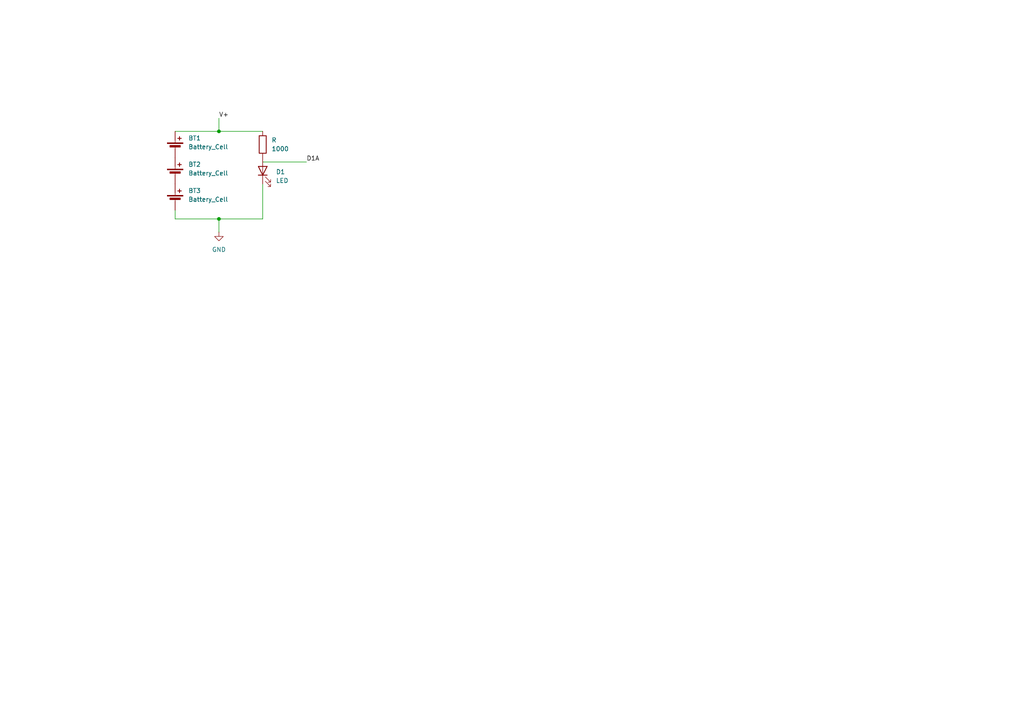
<source format=kicad_sch>
(kicad_sch
	(version 20250114)
	(generator "eeschema")
	(generator_version "9.0")
	(uuid "fbc8d320-40d4-43cd-b0de-a228ba3bcc7c")
	(paper "A4")
	(lib_symbols
		(symbol "Device:Battery_Cell"
			(pin_numbers
				(hide yes)
			)
			(pin_names
				(offset 0)
				(hide yes)
			)
			(exclude_from_sim no)
			(in_bom yes)
			(on_board yes)
			(property "Reference" "BT"
				(at 2.54 2.54 0)
				(effects
					(font
						(size 1.27 1.27)
					)
					(justify left)
				)
			)
			(property "Value" "Battery_Cell"
				(at 2.54 0 0)
				(effects
					(font
						(size 1.27 1.27)
					)
					(justify left)
				)
			)
			(property "Footprint" ""
				(at 0 1.524 90)
				(effects
					(font
						(size 1.27 1.27)
					)
					(hide yes)
				)
			)
			(property "Datasheet" "~"
				(at 0 1.524 90)
				(effects
					(font
						(size 1.27 1.27)
					)
					(hide yes)
				)
			)
			(property "Description" "Single-cell battery"
				(at 0 0 0)
				(effects
					(font
						(size 1.27 1.27)
					)
					(hide yes)
				)
			)
			(property "ki_keywords" "battery cell"
				(at 0 0 0)
				(effects
					(font
						(size 1.27 1.27)
					)
					(hide yes)
				)
			)
			(symbol "Battery_Cell_0_1"
				(rectangle
					(start -2.286 1.778)
					(end 2.286 1.524)
					(stroke
						(width 0)
						(type default)
					)
					(fill
						(type outline)
					)
				)
				(rectangle
					(start -1.524 1.016)
					(end 1.524 0.508)
					(stroke
						(width 0)
						(type default)
					)
					(fill
						(type outline)
					)
				)
				(polyline
					(pts
						(xy 0 1.778) (xy 0 2.54)
					)
					(stroke
						(width 0)
						(type default)
					)
					(fill
						(type none)
					)
				)
				(polyline
					(pts
						(xy 0 0.762) (xy 0 0)
					)
					(stroke
						(width 0)
						(type default)
					)
					(fill
						(type none)
					)
				)
				(polyline
					(pts
						(xy 0.762 3.048) (xy 1.778 3.048)
					)
					(stroke
						(width 0.254)
						(type default)
					)
					(fill
						(type none)
					)
				)
				(polyline
					(pts
						(xy 1.27 3.556) (xy 1.27 2.54)
					)
					(stroke
						(width 0.254)
						(type default)
					)
					(fill
						(type none)
					)
				)
			)
			(symbol "Battery_Cell_1_1"
				(pin passive line
					(at 0 5.08 270)
					(length 2.54)
					(name "+"
						(effects
							(font
								(size 1.27 1.27)
							)
						)
					)
					(number "1"
						(effects
							(font
								(size 1.27 1.27)
							)
						)
					)
				)
				(pin passive line
					(at 0 -2.54 90)
					(length 2.54)
					(name "-"
						(effects
							(font
								(size 1.27 1.27)
							)
						)
					)
					(number "2"
						(effects
							(font
								(size 1.27 1.27)
							)
						)
					)
				)
			)
			(embedded_fonts no)
		)
		(symbol "Device:LED"
			(pin_numbers
				(hide yes)
			)
			(pin_names
				(offset 1.016)
				(hide yes)
			)
			(exclude_from_sim no)
			(in_bom yes)
			(on_board yes)
			(property "Reference" "D"
				(at 0 2.54 0)
				(effects
					(font
						(size 1.27 1.27)
					)
				)
			)
			(property "Value" "LED"
				(at 0 -2.54 0)
				(effects
					(font
						(size 1.27 1.27)
					)
				)
			)
			(property "Footprint" ""
				(at 0 0 0)
				(effects
					(font
						(size 1.27 1.27)
					)
					(hide yes)
				)
			)
			(property "Datasheet" "~"
				(at 0 0 0)
				(effects
					(font
						(size 1.27 1.27)
					)
					(hide yes)
				)
			)
			(property "Description" "Light emitting diode"
				(at 0 0 0)
				(effects
					(font
						(size 1.27 1.27)
					)
					(hide yes)
				)
			)
			(property "Sim.Pins" "1=K 2=A"
				(at 0 0 0)
				(effects
					(font
						(size 1.27 1.27)
					)
					(hide yes)
				)
			)
			(property "ki_keywords" "LED diode"
				(at 0 0 0)
				(effects
					(font
						(size 1.27 1.27)
					)
					(hide yes)
				)
			)
			(property "ki_fp_filters" "LED* LED_SMD:* LED_THT:*"
				(at 0 0 0)
				(effects
					(font
						(size 1.27 1.27)
					)
					(hide yes)
				)
			)
			(symbol "LED_0_1"
				(polyline
					(pts
						(xy -3.048 -0.762) (xy -4.572 -2.286) (xy -3.81 -2.286) (xy -4.572 -2.286) (xy -4.572 -1.524)
					)
					(stroke
						(width 0)
						(type default)
					)
					(fill
						(type none)
					)
				)
				(polyline
					(pts
						(xy -1.778 -0.762) (xy -3.302 -2.286) (xy -2.54 -2.286) (xy -3.302 -2.286) (xy -3.302 -1.524)
					)
					(stroke
						(width 0)
						(type default)
					)
					(fill
						(type none)
					)
				)
				(polyline
					(pts
						(xy -1.27 0) (xy 1.27 0)
					)
					(stroke
						(width 0)
						(type default)
					)
					(fill
						(type none)
					)
				)
				(polyline
					(pts
						(xy -1.27 -1.27) (xy -1.27 1.27)
					)
					(stroke
						(width 0.254)
						(type default)
					)
					(fill
						(type none)
					)
				)
				(polyline
					(pts
						(xy 1.27 -1.27) (xy 1.27 1.27) (xy -1.27 0) (xy 1.27 -1.27)
					)
					(stroke
						(width 0.254)
						(type default)
					)
					(fill
						(type none)
					)
				)
			)
			(symbol "LED_1_1"
				(pin passive line
					(at -3.81 0 0)
					(length 2.54)
					(name "K"
						(effects
							(font
								(size 1.27 1.27)
							)
						)
					)
					(number "1"
						(effects
							(font
								(size 1.27 1.27)
							)
						)
					)
				)
				(pin passive line
					(at 3.81 0 180)
					(length 2.54)
					(name "A"
						(effects
							(font
								(size 1.27 1.27)
							)
						)
					)
					(number "2"
						(effects
							(font
								(size 1.27 1.27)
							)
						)
					)
				)
			)
			(embedded_fonts no)
		)
		(symbol "Device:R"
			(pin_numbers
				(hide yes)
			)
			(pin_names
				(offset 0)
			)
			(exclude_from_sim no)
			(in_bom yes)
			(on_board yes)
			(property "Reference" "R"
				(at 2.032 0 90)
				(effects
					(font
						(size 1.27 1.27)
					)
				)
			)
			(property "Value" "R"
				(at 0 0 90)
				(effects
					(font
						(size 1.27 1.27)
					)
				)
			)
			(property "Footprint" ""
				(at -1.778 0 90)
				(effects
					(font
						(size 1.27 1.27)
					)
					(hide yes)
				)
			)
			(property "Datasheet" "~"
				(at 0 0 0)
				(effects
					(font
						(size 1.27 1.27)
					)
					(hide yes)
				)
			)
			(property "Description" "Resistor"
				(at 0 0 0)
				(effects
					(font
						(size 1.27 1.27)
					)
					(hide yes)
				)
			)
			(property "ki_keywords" "R res resistor"
				(at 0 0 0)
				(effects
					(font
						(size 1.27 1.27)
					)
					(hide yes)
				)
			)
			(property "ki_fp_filters" "R_*"
				(at 0 0 0)
				(effects
					(font
						(size 1.27 1.27)
					)
					(hide yes)
				)
			)
			(symbol "R_0_1"
				(rectangle
					(start -1.016 -2.54)
					(end 1.016 2.54)
					(stroke
						(width 0.254)
						(type default)
					)
					(fill
						(type none)
					)
				)
			)
			(symbol "R_1_1"
				(pin passive line
					(at 0 3.81 270)
					(length 1.27)
					(name "~"
						(effects
							(font
								(size 1.27 1.27)
							)
						)
					)
					(number "1"
						(effects
							(font
								(size 1.27 1.27)
							)
						)
					)
				)
				(pin passive line
					(at 0 -3.81 90)
					(length 1.27)
					(name "~"
						(effects
							(font
								(size 1.27 1.27)
							)
						)
					)
					(number "2"
						(effects
							(font
								(size 1.27 1.27)
							)
						)
					)
				)
			)
			(embedded_fonts no)
		)
		(symbol "power:GND"
			(power)
			(pin_numbers
				(hide yes)
			)
			(pin_names
				(offset 0)
				(hide yes)
			)
			(exclude_from_sim no)
			(in_bom yes)
			(on_board yes)
			(property "Reference" "#PWR"
				(at 0 -6.35 0)
				(effects
					(font
						(size 1.27 1.27)
					)
					(hide yes)
				)
			)
			(property "Value" "GND"
				(at 0 -3.81 0)
				(effects
					(font
						(size 1.27 1.27)
					)
				)
			)
			(property "Footprint" ""
				(at 0 0 0)
				(effects
					(font
						(size 1.27 1.27)
					)
					(hide yes)
				)
			)
			(property "Datasheet" ""
				(at 0 0 0)
				(effects
					(font
						(size 1.27 1.27)
					)
					(hide yes)
				)
			)
			(property "Description" "Power symbol creates a global label with name \"GND\" , ground"
				(at 0 0 0)
				(effects
					(font
						(size 1.27 1.27)
					)
					(hide yes)
				)
			)
			(property "ki_keywords" "global power"
				(at 0 0 0)
				(effects
					(font
						(size 1.27 1.27)
					)
					(hide yes)
				)
			)
			(symbol "GND_0_1"
				(polyline
					(pts
						(xy 0 0) (xy 0 -1.27) (xy 1.27 -1.27) (xy 0 -2.54) (xy -1.27 -1.27) (xy 0 -1.27)
					)
					(stroke
						(width 0)
						(type default)
					)
					(fill
						(type none)
					)
				)
			)
			(symbol "GND_1_1"
				(pin power_in line
					(at 0 0 270)
					(length 0)
					(name "~"
						(effects
							(font
								(size 1.27 1.27)
							)
						)
					)
					(number "1"
						(effects
							(font
								(size 1.27 1.27)
							)
						)
					)
				)
			)
			(embedded_fonts no)
		)
	)
	(junction
		(at 63.5 38.1)
		(diameter 0)
		(color 0 0 0 0)
		(uuid "41f35b61-c6e0-46c8-834a-82d166926927")
	)
	(junction
		(at 63.5 63.5)
		(diameter 0)
		(color 0 0 0 0)
		(uuid "5b6a9532-fd3f-44f9-b3bc-3cf66dcb33cd")
	)
	(wire
		(pts
			(xy 63.5 38.1) (xy 76.2 38.1)
		)
		(stroke
			(width 0)
			(type default)
		)
		(uuid "057dc0db-0e8a-4d98-8d07-7f0eb22ebe79")
	)
	(wire
		(pts
			(xy 50.8 60.96) (xy 50.8 63.5)
		)
		(stroke
			(width 0)
			(type default)
		)
		(uuid "2d86d708-01c4-43bd-b3cb-77c887f7f5a1")
	)
	(wire
		(pts
			(xy 50.8 38.1) (xy 63.5 38.1)
		)
		(stroke
			(width 0)
			(type default)
		)
		(uuid "2ee28b53-5f33-4d32-a7d9-3d2c52e147f3")
	)
	(wire
		(pts
			(xy 63.5 63.5) (xy 63.5 67.31)
		)
		(stroke
			(width 0)
			(type default)
		)
		(uuid "44a34705-c8cf-4776-8bdf-5989324e821c")
	)
	(wire
		(pts
			(xy 63.5 34.29) (xy 63.5 38.1)
		)
		(stroke
			(width 0)
			(type default)
		)
		(uuid "4efa7550-df61-4d02-8467-d3c3376a34b6")
	)
	(wire
		(pts
			(xy 76.2 63.5) (xy 63.5 63.5)
		)
		(stroke
			(width 0)
			(type default)
		)
		(uuid "7f8f483f-12ed-419b-ade7-3dc3c7ba2ad5")
	)
	(wire
		(pts
			(xy 76.2 53.34) (xy 76.2 63.5)
		)
		(stroke
			(width 0)
			(type default)
		)
		(uuid "86e12c82-5361-486e-a941-23b707582acb")
	)
	(wire
		(pts
			(xy 63.5 63.5) (xy 50.8 63.5)
		)
		(stroke
			(width 0)
			(type default)
		)
		(uuid "c48fc439-6bc4-4ceb-b521-206d8b20d48d")
	)
	(wire
		(pts
			(xy 76.2 46.99) (xy 88.9 46.99)
		)
		(stroke
			(width 0)
			(type default)
		)
		(uuid "e7c9e3e9-c9b2-4ef5-a866-681e58610b6a")
	)
	(label "V+"
		(at 63.5 34.29 0)
		(effects
			(font
				(size 1.27 1.27)
			)
			(justify left bottom)
		)
		(uuid "6a7d5c02-717a-4773-9540-b959a42d6718")
	)
	(label "D1A"
		(at 88.9 46.99 0)
		(effects
			(font
				(size 1.27 1.27)
			)
			(justify left bottom)
		)
		(uuid "c6bd0bb2-21d1-40de-bd94-0002c444cf2e")
	)
	(symbol
		(lib_id "Device:Battery_Cell")
		(at 50.8 50.8 0)
		(unit 1)
		(exclude_from_sim no)
		(in_bom yes)
		(on_board yes)
		(dnp no)
		(fields_autoplaced yes)
		(uuid "1f1f23e6-5e40-4756-b168-ee291ada46d7")
		(property "Reference" "BT2"
			(at 54.61 47.6884 0)
			(effects
				(font
					(size 1.27 1.27)
				)
				(justify left)
			)
		)
		(property "Value" "Battery_Cell"
			(at 54.61 50.2284 0)
			(effects
				(font
					(size 1.27 1.27)
				)
				(justify left)
			)
		)
		(property "Footprint" ""
			(at 50.8 49.276 90)
			(effects
				(font
					(size 1.27 1.27)
				)
				(hide yes)
			)
		)
		(property "Datasheet" "~"
			(at 50.8 49.276 90)
			(effects
				(font
					(size 1.27 1.27)
				)
				(hide yes)
			)
		)
		(property "Description" "Single-cell battery"
			(at 50.8 50.8 0)
			(effects
				(font
					(size 1.27 1.27)
				)
				(hide yes)
			)
		)
		(pin "1"
			(uuid "b45de4f3-5f2c-4852-8694-e78a092f0513")
		)
		(pin "2"
			(uuid "1b9932f0-29d2-4578-bb55-8353c538d27f")
		)
		(instances
			(project ""
				(path "/fbc8d320-40d4-43cd-b0de-a228ba3bcc7c"
					(reference "BT2")
					(unit 1)
				)
			)
		)
	)
	(symbol
		(lib_id "power:GND")
		(at 63.5 67.31 0)
		(unit 1)
		(exclude_from_sim no)
		(in_bom yes)
		(on_board yes)
		(dnp no)
		(fields_autoplaced yes)
		(uuid "4686e372-b107-4e17-b9bb-8a4a65c25cff")
		(property "Reference" "#PWR01"
			(at 63.5 73.66 0)
			(effects
				(font
					(size 1.27 1.27)
				)
				(hide yes)
			)
		)
		(property "Value" "GND"
			(at 63.5 72.39 0)
			(effects
				(font
					(size 1.27 1.27)
				)
			)
		)
		(property "Footprint" ""
			(at 63.5 67.31 0)
			(effects
				(font
					(size 1.27 1.27)
				)
				(hide yes)
			)
		)
		(property "Datasheet" ""
			(at 63.5 67.31 0)
			(effects
				(font
					(size 1.27 1.27)
				)
				(hide yes)
			)
		)
		(property "Description" "Power symbol creates a global label with name \"GND\" , ground"
			(at 63.5 67.31 0)
			(effects
				(font
					(size 1.27 1.27)
				)
				(hide yes)
			)
		)
		(pin "1"
			(uuid "b812dc36-356b-481c-8f98-8df493293c65")
		)
		(instances
			(project ""
				(path "/fbc8d320-40d4-43cd-b0de-a228ba3bcc7c"
					(reference "#PWR01")
					(unit 1)
				)
			)
		)
	)
	(symbol
		(lib_id "Device:Battery_Cell")
		(at 50.8 43.18 0)
		(unit 1)
		(exclude_from_sim no)
		(in_bom yes)
		(on_board yes)
		(dnp no)
		(fields_autoplaced yes)
		(uuid "492d4d49-6967-43be-b93b-1edb25385c8d")
		(property "Reference" "BT1"
			(at 54.61 40.0684 0)
			(effects
				(font
					(size 1.27 1.27)
				)
				(justify left)
			)
		)
		(property "Value" "Battery_Cell"
			(at 54.61 42.6084 0)
			(effects
				(font
					(size 1.27 1.27)
				)
				(justify left)
			)
		)
		(property "Footprint" ""
			(at 50.8 41.656 90)
			(effects
				(font
					(size 1.27 1.27)
				)
				(hide yes)
			)
		)
		(property "Datasheet" "~"
			(at 50.8 41.656 90)
			(effects
				(font
					(size 1.27 1.27)
				)
				(hide yes)
			)
		)
		(property "Description" "Single-cell battery"
			(at 50.8 43.18 0)
			(effects
				(font
					(size 1.27 1.27)
				)
				(hide yes)
			)
		)
		(pin "1"
			(uuid "78a6cd66-c99d-47cf-a07f-293826eab1b6")
		)
		(pin "2"
			(uuid "48b1257c-1899-464a-9016-1a40b8656883")
		)
		(instances
			(project ""
				(path "/fbc8d320-40d4-43cd-b0de-a228ba3bcc7c"
					(reference "BT1")
					(unit 1)
				)
			)
		)
	)
	(symbol
		(lib_id "Device:Battery_Cell")
		(at 50.8 58.42 0)
		(unit 1)
		(exclude_from_sim no)
		(in_bom yes)
		(on_board yes)
		(dnp no)
		(fields_autoplaced yes)
		(uuid "b3372c75-11cb-4f22-8684-927ea71043e1")
		(property "Reference" "BT3"
			(at 54.61 55.3084 0)
			(effects
				(font
					(size 1.27 1.27)
				)
				(justify left)
			)
		)
		(property "Value" "Battery_Cell"
			(at 54.61 57.8484 0)
			(effects
				(font
					(size 1.27 1.27)
				)
				(justify left)
			)
		)
		(property "Footprint" ""
			(at 50.8 56.896 90)
			(effects
				(font
					(size 1.27 1.27)
				)
				(hide yes)
			)
		)
		(property "Datasheet" "~"
			(at 50.8 56.896 90)
			(effects
				(font
					(size 1.27 1.27)
				)
				(hide yes)
			)
		)
		(property "Description" "Single-cell battery"
			(at 50.8 58.42 0)
			(effects
				(font
					(size 1.27 1.27)
				)
				(hide yes)
			)
		)
		(pin "1"
			(uuid "b45de4f3-5f2c-4852-8694-e78a092f0513")
		)
		(pin "2"
			(uuid "1b9932f0-29d2-4578-bb55-8353c538d27f")
		)
		(instances
			(project ""
				(path "/fbc8d320-40d4-43cd-b0de-a228ba3bcc7c"
					(reference "BT3")
					(unit 1)
				)
			)
		)
	)
	(symbol
		(lib_id "Device:LED")
		(at 76.2 49.53 90)
		(unit 1)
		(exclude_from_sim no)
		(in_bom yes)
		(on_board yes)
		(dnp no)
		(fields_autoplaced yes)
		(uuid "c54bb410-58c7-49fe-b1b7-1e9a96ab9504")
		(property "Reference" "D1"
			(at 80.01 49.8474 90)
			(effects
				(font
					(size 1.27 1.27)
				)
				(justify right)
			)
		)
		(property "Value" "LED"
			(at 80.01 52.3874 90)
			(effects
				(font
					(size 1.27 1.27)
				)
				(justify right)
			)
		)
		(property "Footprint" ""
			(at 76.2 49.53 0)
			(effects
				(font
					(size 1.27 1.27)
				)
				(hide yes)
			)
		)
		(property "Datasheet" "~"
			(at 76.2 49.53 0)
			(effects
				(font
					(size 1.27 1.27)
				)
				(hide yes)
			)
		)
		(property "Description" "Light emitting diode"
			(at 76.2 49.53 0)
			(effects
				(font
					(size 1.27 1.27)
				)
				(hide yes)
			)
		)
		(property "Sim.Pins" "1=K 2=A"
			(at 76.2 49.53 0)
			(effects
				(font
					(size 1.27 1.27)
				)
				(hide yes)
			)
		)
		(pin "1"
			(uuid "89f42142-8748-49cd-a963-d1259d9d88f6")
		)
		(pin "2"
			(uuid "e4b1ff3e-8344-43bb-89d4-f93c2c88f664")
		)
		(instances
			(project ""
				(path "/fbc8d320-40d4-43cd-b0de-a228ba3bcc7c"
					(reference "D1")
					(unit 1)
				)
			)
		)
	)
	(symbol
		(lib_id "Device:R")
		(at 76.2 41.91 0)
		(unit 1)
		(exclude_from_sim no)
		(in_bom yes)
		(on_board yes)
		(dnp no)
		(fields_autoplaced yes)
		(uuid "db3102aa-ee99-438f-88c9-59ef5b850d26")
		(property "Reference" "R"
			(at 78.74 40.6399 0)
			(effects
				(font
					(size 1.27 1.27)
				)
				(justify left)
			)
		)
		(property "Value" "1000"
			(at 78.74 43.1799 0)
			(effects
				(font
					(size 1.27 1.27)
				)
				(justify left)
			)
		)
		(property "Footprint" ""
			(at 74.422 41.91 90)
			(effects
				(font
					(size 1.27 1.27)
				)
				(hide yes)
			)
		)
		(property "Datasheet" "~"
			(at 76.2 41.91 0)
			(effects
				(font
					(size 1.27 1.27)
				)
				(hide yes)
			)
		)
		(property "Description" "Resistor"
			(at 76.2 41.91 0)
			(effects
				(font
					(size 1.27 1.27)
				)
				(hide yes)
			)
		)
		(pin "2"
			(uuid "f32583f5-93e1-4142-84ad-44d99872f994")
		)
		(pin "1"
			(uuid "a11b5358-b6a4-4628-aa3a-63776b5456df")
		)
		(instances
			(project ""
				(path "/fbc8d320-40d4-43cd-b0de-a228ba3bcc7c"
					(reference "R")
					(unit 1)
				)
			)
		)
	)
	(sheet_instances
		(path "/"
			(page "1")
		)
	)
	(embedded_fonts no)
)

</source>
